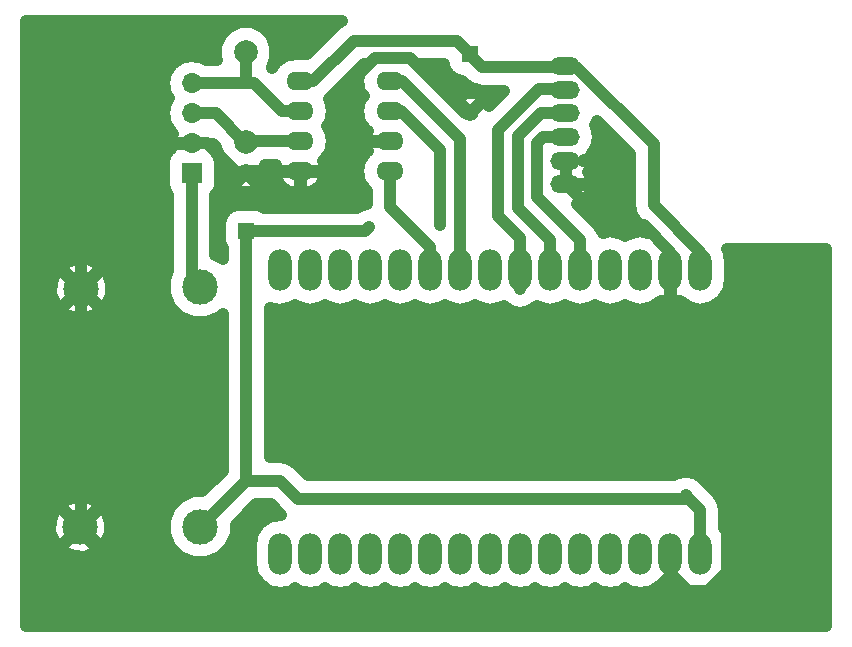
<source format=gbr>
G04 #@! TF.FileFunction,Copper,L2,Bot,Signal*
%FSLAX46Y46*%
G04 Gerber Fmt 4.6, Leading zero omitted, Abs format (unit mm)*
G04 Created by KiCad (PCBNEW 4.0.6) date Thursday, 31 December 2020 'PMt' 14:58:43*
%MOMM*%
%LPD*%
G01*
G04 APERTURE LIST*
%ADD10C,0.100000*%
%ADD11R,1.400000X1.400000*%
%ADD12C,1.400000*%
%ADD13O,2.300000X1.600000*%
%ADD14C,1.998980*%
%ADD15O,2.000000X3.500000*%
%ADD16R,1.700000X1.700000*%
%ADD17O,1.700000X1.700000*%
%ADD18O,2.500000X1.500000*%
%ADD19C,3.000000*%
%ADD20C,0.600000*%
%ADD21C,1.000000*%
G04 APERTURE END LIST*
D10*
D11*
X40725000Y51075000D03*
D12*
X40725000Y46075000D03*
D11*
X21775000Y36100000D03*
D12*
X21775000Y41100000D03*
D13*
X33950000Y41175000D03*
X33950000Y43715000D03*
X33950000Y46255000D03*
X33950000Y48795000D03*
X26330000Y48795000D03*
X26330000Y46255000D03*
X26330000Y43715000D03*
X26330000Y41175000D03*
D14*
X21725000Y51275000D03*
X21725000Y43655000D03*
D15*
X24646100Y32771400D03*
X24646100Y8771400D03*
X27186100Y32771400D03*
X27186100Y8771400D03*
X29726100Y32771400D03*
X29726100Y8771400D03*
X32266100Y32771400D03*
X32266100Y8771400D03*
X34806100Y32771400D03*
X34806100Y8771400D03*
X37346100Y32771400D03*
X37346100Y8771400D03*
X39886100Y32771400D03*
X39886100Y8771400D03*
X42426100Y32771400D03*
X42426100Y8771400D03*
X44966100Y32771400D03*
X44966100Y8771400D03*
X47506100Y32771400D03*
X47506100Y8771400D03*
X50046100Y32771400D03*
X50046100Y8771400D03*
X52586100Y32771400D03*
X52586100Y8771400D03*
X55126100Y32771400D03*
X55126100Y8771400D03*
X57666100Y32771400D03*
X57666100Y8771400D03*
X60206100Y32771400D03*
X60206100Y8771400D03*
D16*
X17150000Y41000000D03*
D17*
X17150000Y43540000D03*
X17150000Y46080000D03*
X17150000Y48620000D03*
D18*
X48775000Y50075000D03*
X48775000Y48075000D03*
X48775000Y46075000D03*
X48775000Y44075000D03*
X48775000Y42075000D03*
X48775000Y40075000D03*
D19*
X17855000Y11065000D03*
X17855000Y31385000D03*
X7695000Y11065000D03*
X7775000Y31225000D03*
D20*
X32125000Y36425000D03*
X38200000Y36650000D03*
D21*
X48600000Y50000000D02*
X41725000Y50000000D01*
X49700000Y50000000D02*
X48600000Y50000000D01*
X56250000Y43450000D02*
X49700000Y50000000D01*
X56250000Y38275000D02*
X56250000Y43450000D01*
X60206100Y34318900D02*
X56250000Y38275000D01*
X41725000Y50000000D02*
X40725000Y51000000D01*
X40725000Y51000000D02*
X40725000Y51075000D01*
X60206100Y32771400D02*
X60206100Y34318900D01*
X26330000Y48795000D02*
X27445000Y48795000D01*
X27445000Y48795000D02*
X30875000Y52225000D01*
X30875000Y52225000D02*
X39575000Y52225000D01*
X39575000Y52225000D02*
X40725000Y51075000D01*
X7695000Y11065000D02*
X7695000Y10705000D01*
X7695000Y10705000D02*
X13150000Y5250000D01*
X55975000Y5250000D02*
X23300000Y5250000D01*
X57666100Y6941100D02*
X55975000Y5250000D01*
X57666100Y8771400D02*
X57666100Y6941100D01*
X13150000Y5250000D02*
X23300000Y5250000D01*
X7775000Y31225000D02*
X7775000Y11145000D01*
X7775000Y11145000D02*
X7695000Y11065000D01*
X17150000Y43540000D02*
X14765000Y43540000D01*
X7775000Y36550000D02*
X7775000Y31225000D01*
X14765000Y43540000D02*
X7775000Y36550000D01*
X21775000Y41100000D02*
X20900000Y41100000D01*
X18460000Y43540000D02*
X17150000Y43540000D01*
X20900000Y41100000D02*
X18460000Y43540000D01*
X48825000Y40100000D02*
X48825000Y41950000D01*
X55425000Y36600000D02*
X52325000Y36600000D01*
X52325000Y36600000D02*
X48825000Y40100000D01*
X57666100Y34358900D02*
X55425000Y36600000D01*
X48775000Y42000000D02*
X48775000Y42125000D01*
X48825000Y41950000D02*
X48775000Y42000000D01*
X57666100Y32771400D02*
X57666100Y34358900D01*
X26330000Y41175000D02*
X21850000Y41175000D01*
X21850000Y41175000D02*
X21775000Y41100000D01*
X31887500Y44087500D02*
X31237500Y44087500D01*
X28325000Y41175000D02*
X26330000Y41175000D01*
X31237500Y44087500D02*
X28325000Y41175000D01*
X40725000Y46075000D02*
X40275000Y46075000D01*
X40275000Y46075000D02*
X35625000Y50725000D01*
X35625000Y50725000D02*
X32625000Y50725000D01*
X32625000Y50725000D02*
X31100000Y49200000D01*
X31100000Y49200000D02*
X31100000Y44875000D01*
X31100000Y44875000D02*
X31887500Y44087500D01*
X31887500Y44087500D02*
X32260000Y43715000D01*
X32260000Y43715000D02*
X33950000Y43715000D01*
X57666100Y8771400D02*
X57666100Y7183900D01*
X57666100Y7183900D02*
X59175000Y5675000D01*
X57666100Y28883900D02*
X57666100Y32771400D01*
X62475000Y24075000D02*
X57666100Y28883900D01*
X62475000Y7275000D02*
X62475000Y24075000D01*
X60875000Y5675000D02*
X62475000Y7275000D01*
X59175000Y5675000D02*
X60875000Y5675000D01*
X57666100Y32771400D02*
X57666100Y31308900D01*
X17265000Y43655000D02*
X17150000Y43540000D01*
X21775000Y14985000D02*
X24645000Y14985000D01*
X26937500Y13462500D02*
X26167500Y13462500D01*
X26937500Y13462500D02*
X59237500Y13462500D01*
X24645000Y14985000D02*
X26167500Y13462500D01*
X21775000Y36100000D02*
X21775000Y14985000D01*
X21775000Y14985000D02*
X17855000Y11065000D01*
X21775000Y36100000D02*
X31800000Y36100000D01*
X31800000Y36100000D02*
X32125000Y36425000D01*
X33950000Y46255000D02*
X34895000Y46255000D01*
X34895000Y46255000D02*
X38200000Y42950000D01*
X38200000Y42950000D02*
X38200000Y36650000D01*
X60206100Y12493900D02*
X60206100Y8771400D01*
X59237500Y13462500D02*
X60206100Y12493900D01*
X58950000Y13750000D02*
X59237500Y13462500D01*
X37346100Y32771400D02*
X37346100Y34728900D01*
X33950000Y38125000D02*
X33950000Y41175000D01*
X37346100Y34728900D02*
X33950000Y38125000D01*
X37346100Y34378900D02*
X37346100Y32771400D01*
X39886100Y32771400D02*
X39886100Y43888900D01*
X39886100Y43888900D02*
X34980000Y48795000D01*
X34980000Y48795000D02*
X33950000Y48795000D01*
X39886100Y33963900D02*
X39886100Y32771400D01*
X44966100Y32771400D02*
X44966100Y35483900D01*
X46525000Y48100000D02*
X48750000Y48100000D01*
X43075000Y44650000D02*
X46525000Y48100000D01*
X43075000Y37375000D02*
X43075000Y44650000D01*
X44966100Y35483900D02*
X43075000Y37375000D01*
X48750000Y48100000D02*
X48775000Y48075000D01*
X44966100Y32771400D02*
X44966100Y31183900D01*
X47506100Y32771400D02*
X47506100Y35343900D01*
X46750000Y46075000D02*
X48775000Y46075000D01*
X44800000Y44125000D02*
X46750000Y46075000D01*
X44800000Y38050000D02*
X44800000Y44125000D01*
X47506100Y35343900D02*
X44800000Y38050000D01*
X50046100Y32771400D02*
X50046100Y35328900D01*
X46875000Y44075000D02*
X48775000Y44075000D01*
X46375000Y43575000D02*
X46875000Y44075000D01*
X46375000Y39000000D02*
X46375000Y43575000D01*
X50046100Y35328900D02*
X46375000Y39000000D01*
X21775000Y48620000D02*
X21775000Y51225000D01*
X21775000Y51225000D02*
X21725000Y51275000D01*
X26330000Y46255000D02*
X24795000Y46255000D01*
X22430000Y48620000D02*
X21775000Y48620000D01*
X21775000Y48620000D02*
X17150000Y48620000D01*
X24795000Y46255000D02*
X22430000Y48620000D01*
X21775000Y51225000D02*
X21725000Y51275000D01*
X21725000Y43655000D02*
X21595000Y43655000D01*
X21595000Y43655000D02*
X19170000Y46080000D01*
X19170000Y46080000D02*
X17150000Y46080000D01*
X17325000Y46255000D02*
X17150000Y46080000D01*
X26330000Y43715000D02*
X21785000Y43715000D01*
X21785000Y43715000D02*
X21725000Y43655000D01*
X17150000Y41000000D02*
X17150000Y32090000D01*
X17150000Y32090000D02*
X17855000Y31385000D01*
X17250000Y41100000D02*
X17150000Y41000000D01*
X17325000Y41175000D02*
X17150000Y41000000D01*
G36*
X29460786Y53639214D02*
X29460784Y53639211D01*
X26885936Y51064364D01*
X26731917Y51095000D01*
X25928083Y51095000D01*
X25047911Y50919923D01*
X24301737Y50421346D01*
X23963416Y49915012D01*
X23895071Y49983357D01*
X24224055Y50775639D01*
X24224923Y51769998D01*
X23845200Y52688998D01*
X23142696Y53392729D01*
X22224361Y53774055D01*
X21230002Y53774923D01*
X20311002Y53395200D01*
X19607271Y52692696D01*
X19225945Y51774361D01*
X19225077Y50780002D01*
X19291188Y50620000D01*
X18351440Y50620000D01*
X18095345Y50791117D01*
X17196039Y50970000D01*
X17103961Y50970000D01*
X16204655Y50791117D01*
X15442260Y50281701D01*
X14932844Y49519306D01*
X14753961Y48620000D01*
X14932844Y47720694D01*
X15180534Y47350000D01*
X14932844Y46979306D01*
X14753961Y46080000D01*
X14932844Y45180694D01*
X15442260Y44418299D01*
X15521219Y44365540D01*
X15332317Y43924967D01*
X15323362Y43879934D01*
X15544779Y43590000D01*
X17100000Y43590000D01*
X17100000Y43610000D01*
X17200000Y43610000D01*
X17200000Y43590000D01*
X17220000Y43590000D01*
X17220000Y43490000D01*
X17200000Y43490000D01*
X17200000Y43470000D01*
X17100000Y43470000D01*
X17100000Y43490000D01*
X15544779Y43490000D01*
X15323362Y43200066D01*
X15332317Y43155033D01*
X15381124Y43041202D01*
X15233604Y42946276D01*
X14891108Y42445017D01*
X14770614Y41850000D01*
X14770614Y40150000D01*
X14875207Y39594133D01*
X15150000Y39167093D01*
X15150000Y32693536D01*
X14855522Y31984355D01*
X14854481Y30790881D01*
X15310241Y29687857D01*
X16153418Y28843207D01*
X17255645Y28385522D01*
X18449119Y28384481D01*
X19552143Y28840241D01*
X19775000Y29062709D01*
X19775000Y15813427D01*
X18026424Y14064851D01*
X17260881Y14065519D01*
X16157857Y13609759D01*
X15313207Y12766582D01*
X14855522Y11664355D01*
X14854481Y10470881D01*
X15310241Y9367857D01*
X16153418Y8523207D01*
X17255645Y8065522D01*
X18449119Y8064481D01*
X19552143Y8520241D01*
X20396793Y9363418D01*
X20854478Y10465645D01*
X20855151Y11236723D01*
X22603427Y12985000D01*
X23816572Y12985000D01*
X24733983Y12067590D01*
X24646100Y12085071D01*
X23689391Y11894770D01*
X22878333Y11352838D01*
X22336401Y10541780D01*
X22146100Y9585071D01*
X22146100Y7957729D01*
X22336401Y7001020D01*
X22878333Y6189962D01*
X23689391Y5648030D01*
X24646100Y5457729D01*
X25602809Y5648030D01*
X25916100Y5857364D01*
X26229391Y5648030D01*
X27186100Y5457729D01*
X28142809Y5648030D01*
X28456100Y5857364D01*
X28769391Y5648030D01*
X29726100Y5457729D01*
X30682809Y5648030D01*
X30996100Y5857364D01*
X31309391Y5648030D01*
X32266100Y5457729D01*
X33222809Y5648030D01*
X33536100Y5857364D01*
X33849391Y5648030D01*
X34806100Y5457729D01*
X35762809Y5648030D01*
X36076100Y5857364D01*
X36389391Y5648030D01*
X37346100Y5457729D01*
X38302809Y5648030D01*
X38616100Y5857364D01*
X38929391Y5648030D01*
X39886100Y5457729D01*
X40842809Y5648030D01*
X41156100Y5857364D01*
X41469391Y5648030D01*
X42426100Y5457729D01*
X43382809Y5648030D01*
X43696100Y5857364D01*
X44009391Y5648030D01*
X44966100Y5457729D01*
X45922809Y5648030D01*
X46236100Y5857364D01*
X46549391Y5648030D01*
X47506100Y5457729D01*
X48462809Y5648030D01*
X48776100Y5857364D01*
X49089391Y5648030D01*
X50046100Y5457729D01*
X51002809Y5648030D01*
X51316100Y5857364D01*
X51629391Y5648030D01*
X52586100Y5457729D01*
X53542809Y5648030D01*
X53856100Y5857364D01*
X54169391Y5648030D01*
X55126100Y5457729D01*
X56082809Y5648030D01*
X56885250Y6184205D01*
X56943865Y6147116D01*
X57302693Y6046559D01*
X57616100Y6266112D01*
X57616100Y7907456D01*
X57626100Y7957729D01*
X57626100Y8841400D01*
X57706100Y8841400D01*
X57706100Y7957729D01*
X57716100Y7907456D01*
X57716100Y6266112D01*
X58029507Y6046559D01*
X58388335Y6147116D01*
X58446950Y6184205D01*
X59249391Y5648030D01*
X60206100Y5457729D01*
X61162809Y5648030D01*
X61973867Y6189962D01*
X62515799Y7001020D01*
X62706100Y7957729D01*
X62706100Y9585071D01*
X62515799Y10541780D01*
X62206100Y11005277D01*
X62206100Y12493900D01*
X62053859Y13259267D01*
X61620314Y13908114D01*
X61620311Y13908116D01*
X60651714Y14876714D01*
X60651711Y14876716D01*
X60364214Y15164214D01*
X59715367Y15597759D01*
X58950000Y15750001D01*
X58184633Y15597759D01*
X57982203Y15462500D01*
X26995927Y15462500D01*
X26059214Y16399214D01*
X25410367Y16832759D01*
X24645000Y16985001D01*
X24644995Y16985000D01*
X23775000Y16985000D01*
X23775000Y29631001D01*
X24646100Y29457729D01*
X25602809Y29648030D01*
X25916100Y29857364D01*
X26229391Y29648030D01*
X27186100Y29457729D01*
X28142809Y29648030D01*
X28456100Y29857364D01*
X28769391Y29648030D01*
X29726100Y29457729D01*
X30682809Y29648030D01*
X30996100Y29857364D01*
X31309391Y29648030D01*
X32266100Y29457729D01*
X33222809Y29648030D01*
X33536100Y29857364D01*
X33849391Y29648030D01*
X34806100Y29457729D01*
X35762809Y29648030D01*
X36076100Y29857364D01*
X36389391Y29648030D01*
X37346100Y29457729D01*
X38302809Y29648030D01*
X38616100Y29857364D01*
X38929391Y29648030D01*
X39886100Y29457729D01*
X40842809Y29648030D01*
X41156100Y29857364D01*
X41469391Y29648030D01*
X42426100Y29457729D01*
X43382809Y29648030D01*
X43558383Y29765345D01*
X44200733Y29336141D01*
X44966100Y29183900D01*
X45731467Y29336141D01*
X46373817Y29765345D01*
X46549391Y29648030D01*
X47506100Y29457729D01*
X48462809Y29648030D01*
X48776100Y29857364D01*
X49089391Y29648030D01*
X50046100Y29457729D01*
X51002809Y29648030D01*
X51316100Y29857364D01*
X51629391Y29648030D01*
X52586100Y29457729D01*
X53542809Y29648030D01*
X53856100Y29857364D01*
X54169391Y29648030D01*
X55126100Y29457729D01*
X56082809Y29648030D01*
X56885250Y30184205D01*
X56943865Y30147116D01*
X57302693Y30046559D01*
X57616100Y30266112D01*
X57616100Y31907456D01*
X57626100Y31957729D01*
X57626100Y32841400D01*
X57706100Y32841400D01*
X57706100Y31957729D01*
X57716100Y31907456D01*
X57716100Y30266112D01*
X58029507Y30046559D01*
X58388335Y30147116D01*
X58446950Y30184205D01*
X59249391Y29648030D01*
X60206100Y29457729D01*
X61162809Y29648030D01*
X61973867Y30189962D01*
X62515799Y31001020D01*
X62706100Y31957729D01*
X62706100Y33585071D01*
X62515799Y34541780D01*
X62493602Y34575000D01*
X70850000Y34575000D01*
X70850000Y2700000D01*
X3125000Y2700000D01*
X3125000Y9400051D01*
X6100762Y9400051D01*
X6232692Y8967240D01*
X7146782Y8567322D01*
X8144332Y8547652D01*
X9073476Y8911226D01*
X9157308Y8967240D01*
X9289238Y9400051D01*
X7695000Y10994289D01*
X6100762Y9400051D01*
X3125000Y9400051D01*
X3125000Y10615668D01*
X5177652Y10615668D01*
X5541226Y9686524D01*
X5597240Y9602692D01*
X6030051Y9470762D01*
X7624289Y11065000D01*
X7765711Y11065000D01*
X9359949Y9470762D01*
X9792760Y9602692D01*
X10192678Y10516782D01*
X10212348Y11514332D01*
X9848774Y12443476D01*
X9792760Y12527308D01*
X9359949Y12659238D01*
X7765711Y11065000D01*
X7624289Y11065000D01*
X6030051Y12659238D01*
X5597240Y12527308D01*
X5197322Y11613218D01*
X5177652Y10615668D01*
X3125000Y10615668D01*
X3125000Y12729949D01*
X6100762Y12729949D01*
X7695000Y11135711D01*
X9289238Y12729949D01*
X9157308Y13162760D01*
X8243218Y13562678D01*
X7245668Y13582348D01*
X6316524Y13218774D01*
X6232692Y13162760D01*
X6100762Y12729949D01*
X3125000Y12729949D01*
X3125000Y29560051D01*
X6180762Y29560051D01*
X6312692Y29127240D01*
X7226782Y28727322D01*
X8224332Y28707652D01*
X9153476Y29071226D01*
X9237308Y29127240D01*
X9369238Y29560051D01*
X7775000Y31154289D01*
X6180762Y29560051D01*
X3125000Y29560051D01*
X3125000Y30775668D01*
X5257652Y30775668D01*
X5621226Y29846524D01*
X5677240Y29762692D01*
X6110051Y29630762D01*
X7704289Y31225000D01*
X7845711Y31225000D01*
X9439949Y29630762D01*
X9872760Y29762692D01*
X10272678Y30676782D01*
X10292348Y31674332D01*
X9928774Y32603476D01*
X9872760Y32687308D01*
X9439949Y32819238D01*
X7845711Y31225000D01*
X7704289Y31225000D01*
X6110051Y32819238D01*
X5677240Y32687308D01*
X5277322Y31773218D01*
X5257652Y30775668D01*
X3125000Y30775668D01*
X3125000Y32889949D01*
X6180762Y32889949D01*
X7775000Y31295711D01*
X9369238Y32889949D01*
X9237308Y33322760D01*
X8323218Y33722678D01*
X7325668Y33742348D01*
X6396524Y33378774D01*
X6312692Y33322760D01*
X6180762Y32889949D01*
X3125000Y32889949D01*
X3125000Y53900000D01*
X29851080Y53900000D01*
X29460786Y53639214D01*
X29460786Y53639214D01*
G37*
X29460786Y53639214D02*
X29460784Y53639211D01*
X26885936Y51064364D01*
X26731917Y51095000D01*
X25928083Y51095000D01*
X25047911Y50919923D01*
X24301737Y50421346D01*
X23963416Y49915012D01*
X23895071Y49983357D01*
X24224055Y50775639D01*
X24224923Y51769998D01*
X23845200Y52688998D01*
X23142696Y53392729D01*
X22224361Y53774055D01*
X21230002Y53774923D01*
X20311002Y53395200D01*
X19607271Y52692696D01*
X19225945Y51774361D01*
X19225077Y50780002D01*
X19291188Y50620000D01*
X18351440Y50620000D01*
X18095345Y50791117D01*
X17196039Y50970000D01*
X17103961Y50970000D01*
X16204655Y50791117D01*
X15442260Y50281701D01*
X14932844Y49519306D01*
X14753961Y48620000D01*
X14932844Y47720694D01*
X15180534Y47350000D01*
X14932844Y46979306D01*
X14753961Y46080000D01*
X14932844Y45180694D01*
X15442260Y44418299D01*
X15521219Y44365540D01*
X15332317Y43924967D01*
X15323362Y43879934D01*
X15544779Y43590000D01*
X17100000Y43590000D01*
X17100000Y43610000D01*
X17200000Y43610000D01*
X17200000Y43590000D01*
X17220000Y43590000D01*
X17220000Y43490000D01*
X17200000Y43490000D01*
X17200000Y43470000D01*
X17100000Y43470000D01*
X17100000Y43490000D01*
X15544779Y43490000D01*
X15323362Y43200066D01*
X15332317Y43155033D01*
X15381124Y43041202D01*
X15233604Y42946276D01*
X14891108Y42445017D01*
X14770614Y41850000D01*
X14770614Y40150000D01*
X14875207Y39594133D01*
X15150000Y39167093D01*
X15150000Y32693536D01*
X14855522Y31984355D01*
X14854481Y30790881D01*
X15310241Y29687857D01*
X16153418Y28843207D01*
X17255645Y28385522D01*
X18449119Y28384481D01*
X19552143Y28840241D01*
X19775000Y29062709D01*
X19775000Y15813427D01*
X18026424Y14064851D01*
X17260881Y14065519D01*
X16157857Y13609759D01*
X15313207Y12766582D01*
X14855522Y11664355D01*
X14854481Y10470881D01*
X15310241Y9367857D01*
X16153418Y8523207D01*
X17255645Y8065522D01*
X18449119Y8064481D01*
X19552143Y8520241D01*
X20396793Y9363418D01*
X20854478Y10465645D01*
X20855151Y11236723D01*
X22603427Y12985000D01*
X23816572Y12985000D01*
X24733983Y12067590D01*
X24646100Y12085071D01*
X23689391Y11894770D01*
X22878333Y11352838D01*
X22336401Y10541780D01*
X22146100Y9585071D01*
X22146100Y7957729D01*
X22336401Y7001020D01*
X22878333Y6189962D01*
X23689391Y5648030D01*
X24646100Y5457729D01*
X25602809Y5648030D01*
X25916100Y5857364D01*
X26229391Y5648030D01*
X27186100Y5457729D01*
X28142809Y5648030D01*
X28456100Y5857364D01*
X28769391Y5648030D01*
X29726100Y5457729D01*
X30682809Y5648030D01*
X30996100Y5857364D01*
X31309391Y5648030D01*
X32266100Y5457729D01*
X33222809Y5648030D01*
X33536100Y5857364D01*
X33849391Y5648030D01*
X34806100Y5457729D01*
X35762809Y5648030D01*
X36076100Y5857364D01*
X36389391Y5648030D01*
X37346100Y5457729D01*
X38302809Y5648030D01*
X38616100Y5857364D01*
X38929391Y5648030D01*
X39886100Y5457729D01*
X40842809Y5648030D01*
X41156100Y5857364D01*
X41469391Y5648030D01*
X42426100Y5457729D01*
X43382809Y5648030D01*
X43696100Y5857364D01*
X44009391Y5648030D01*
X44966100Y5457729D01*
X45922809Y5648030D01*
X46236100Y5857364D01*
X46549391Y5648030D01*
X47506100Y5457729D01*
X48462809Y5648030D01*
X48776100Y5857364D01*
X49089391Y5648030D01*
X50046100Y5457729D01*
X51002809Y5648030D01*
X51316100Y5857364D01*
X51629391Y5648030D01*
X52586100Y5457729D01*
X53542809Y5648030D01*
X53856100Y5857364D01*
X54169391Y5648030D01*
X55126100Y5457729D01*
X56082809Y5648030D01*
X56885250Y6184205D01*
X56943865Y6147116D01*
X57302693Y6046559D01*
X57616100Y6266112D01*
X57616100Y7907456D01*
X57626100Y7957729D01*
X57626100Y8841400D01*
X57706100Y8841400D01*
X57706100Y7957729D01*
X57716100Y7907456D01*
X57716100Y6266112D01*
X58029507Y6046559D01*
X58388335Y6147116D01*
X58446950Y6184205D01*
X59249391Y5648030D01*
X60206100Y5457729D01*
X61162809Y5648030D01*
X61973867Y6189962D01*
X62515799Y7001020D01*
X62706100Y7957729D01*
X62706100Y9585071D01*
X62515799Y10541780D01*
X62206100Y11005277D01*
X62206100Y12493900D01*
X62053859Y13259267D01*
X61620314Y13908114D01*
X61620311Y13908116D01*
X60651714Y14876714D01*
X60651711Y14876716D01*
X60364214Y15164214D01*
X59715367Y15597759D01*
X58950000Y15750001D01*
X58184633Y15597759D01*
X57982203Y15462500D01*
X26995927Y15462500D01*
X26059214Y16399214D01*
X25410367Y16832759D01*
X24645000Y16985001D01*
X24644995Y16985000D01*
X23775000Y16985000D01*
X23775000Y29631001D01*
X24646100Y29457729D01*
X25602809Y29648030D01*
X25916100Y29857364D01*
X26229391Y29648030D01*
X27186100Y29457729D01*
X28142809Y29648030D01*
X28456100Y29857364D01*
X28769391Y29648030D01*
X29726100Y29457729D01*
X30682809Y29648030D01*
X30996100Y29857364D01*
X31309391Y29648030D01*
X32266100Y29457729D01*
X33222809Y29648030D01*
X33536100Y29857364D01*
X33849391Y29648030D01*
X34806100Y29457729D01*
X35762809Y29648030D01*
X36076100Y29857364D01*
X36389391Y29648030D01*
X37346100Y29457729D01*
X38302809Y29648030D01*
X38616100Y29857364D01*
X38929391Y29648030D01*
X39886100Y29457729D01*
X40842809Y29648030D01*
X41156100Y29857364D01*
X41469391Y29648030D01*
X42426100Y29457729D01*
X43382809Y29648030D01*
X43558383Y29765345D01*
X44200733Y29336141D01*
X44966100Y29183900D01*
X45731467Y29336141D01*
X46373817Y29765345D01*
X46549391Y29648030D01*
X47506100Y29457729D01*
X48462809Y29648030D01*
X48776100Y29857364D01*
X49089391Y29648030D01*
X50046100Y29457729D01*
X51002809Y29648030D01*
X51316100Y29857364D01*
X51629391Y29648030D01*
X52586100Y29457729D01*
X53542809Y29648030D01*
X53856100Y29857364D01*
X54169391Y29648030D01*
X55126100Y29457729D01*
X56082809Y29648030D01*
X56885250Y30184205D01*
X56943865Y30147116D01*
X57302693Y30046559D01*
X57616100Y30266112D01*
X57616100Y31907456D01*
X57626100Y31957729D01*
X57626100Y32841400D01*
X57706100Y32841400D01*
X57706100Y31957729D01*
X57716100Y31907456D01*
X57716100Y30266112D01*
X58029507Y30046559D01*
X58388335Y30147116D01*
X58446950Y30184205D01*
X59249391Y29648030D01*
X60206100Y29457729D01*
X61162809Y29648030D01*
X61973867Y30189962D01*
X62515799Y31001020D01*
X62706100Y31957729D01*
X62706100Y33585071D01*
X62515799Y34541780D01*
X62493602Y34575000D01*
X70850000Y34575000D01*
X70850000Y2700000D01*
X3125000Y2700000D01*
X3125000Y9400051D01*
X6100762Y9400051D01*
X6232692Y8967240D01*
X7146782Y8567322D01*
X8144332Y8547652D01*
X9073476Y8911226D01*
X9157308Y8967240D01*
X9289238Y9400051D01*
X7695000Y10994289D01*
X6100762Y9400051D01*
X3125000Y9400051D01*
X3125000Y10615668D01*
X5177652Y10615668D01*
X5541226Y9686524D01*
X5597240Y9602692D01*
X6030051Y9470762D01*
X7624289Y11065000D01*
X7765711Y11065000D01*
X9359949Y9470762D01*
X9792760Y9602692D01*
X10192678Y10516782D01*
X10212348Y11514332D01*
X9848774Y12443476D01*
X9792760Y12527308D01*
X9359949Y12659238D01*
X7765711Y11065000D01*
X7624289Y11065000D01*
X6030051Y12659238D01*
X5597240Y12527308D01*
X5197322Y11613218D01*
X5177652Y10615668D01*
X3125000Y10615668D01*
X3125000Y12729949D01*
X6100762Y12729949D01*
X7695000Y11135711D01*
X9289238Y12729949D01*
X9157308Y13162760D01*
X8243218Y13562678D01*
X7245668Y13582348D01*
X6316524Y13218774D01*
X6232692Y13162760D01*
X6100762Y12729949D01*
X3125000Y12729949D01*
X3125000Y29560051D01*
X6180762Y29560051D01*
X6312692Y29127240D01*
X7226782Y28727322D01*
X8224332Y28707652D01*
X9153476Y29071226D01*
X9237308Y29127240D01*
X9369238Y29560051D01*
X7775000Y31154289D01*
X6180762Y29560051D01*
X3125000Y29560051D01*
X3125000Y30775668D01*
X5257652Y30775668D01*
X5621226Y29846524D01*
X5677240Y29762692D01*
X6110051Y29630762D01*
X7704289Y31225000D01*
X7845711Y31225000D01*
X9439949Y29630762D01*
X9872760Y29762692D01*
X10272678Y30676782D01*
X10292348Y31674332D01*
X9928774Y32603476D01*
X9872760Y32687308D01*
X9439949Y32819238D01*
X7845711Y31225000D01*
X7704289Y31225000D01*
X6110051Y32819238D01*
X5677240Y32687308D01*
X5277322Y31773218D01*
X5257652Y30775668D01*
X3125000Y30775668D01*
X3125000Y32889949D01*
X6180762Y32889949D01*
X7775000Y31295711D01*
X9369238Y32889949D01*
X9237308Y33322760D01*
X8323218Y33722678D01*
X7325668Y33742348D01*
X6396524Y33378774D01*
X6312692Y33322760D01*
X6180762Y32889949D01*
X3125000Y32889949D01*
X3125000Y53900000D01*
X29851080Y53900000D01*
X29460786Y53639214D01*
G36*
X31423160Y49675172D02*
X31248083Y48795000D01*
X31423160Y47914828D01*
X31683634Y47525000D01*
X31423160Y47135172D01*
X31248083Y46255000D01*
X31423160Y45374828D01*
X31921737Y44628654D01*
X32032475Y44554661D01*
X31910491Y44360698D01*
X31822765Y44047110D01*
X32044804Y43765000D01*
X33900000Y43765000D01*
X33900000Y43785000D01*
X34000000Y43785000D01*
X34000000Y43765000D01*
X34020000Y43765000D01*
X34020000Y43665000D01*
X34000000Y43665000D01*
X34000000Y43645000D01*
X33900000Y43645000D01*
X33900000Y43665000D01*
X32044804Y43665000D01*
X31822765Y43382890D01*
X31910491Y43069302D01*
X32032475Y42875339D01*
X31921737Y42801346D01*
X31423160Y42055172D01*
X31248083Y41175000D01*
X31423160Y40294828D01*
X31921737Y39548654D01*
X31950000Y39529769D01*
X31950000Y38390190D01*
X31359633Y38272759D01*
X31101081Y38100000D01*
X23229386Y38100000D01*
X23070017Y38208892D01*
X22475000Y38329386D01*
X21075000Y38329386D01*
X20519133Y38224793D01*
X20008604Y37896276D01*
X19666108Y37395017D01*
X19545614Y36800000D01*
X19545614Y35400000D01*
X19650207Y34844133D01*
X19775000Y34650200D01*
X19775000Y33707993D01*
X19556582Y33926793D01*
X19150000Y34095621D01*
X19150000Y39176082D01*
X19408892Y39554983D01*
X19501446Y40012029D01*
X20757740Y40012029D01*
X20792267Y39662319D01*
X21417251Y39395680D01*
X22096698Y39388510D01*
X22727169Y39641898D01*
X22757733Y39662319D01*
X22792260Y40012029D01*
X21775000Y41029289D01*
X20757740Y40012029D01*
X19501446Y40012029D01*
X19529386Y40150000D01*
X19529386Y41850000D01*
X19424793Y42405867D01*
X19096276Y42916396D01*
X18917685Y43038422D01*
X18967683Y43155033D01*
X18976638Y43200066D01*
X18755223Y43489998D01*
X18931574Y43489998D01*
X19225109Y43196464D01*
X19225077Y43160002D01*
X19604800Y42241002D01*
X20165297Y41679526D01*
X20070680Y41457749D01*
X20063510Y40778302D01*
X20316898Y40147831D01*
X20337319Y40117267D01*
X20687029Y40082740D01*
X21704289Y41100000D01*
X21690147Y41114142D01*
X21731508Y41155503D01*
X21818568Y41155427D01*
X21859853Y41114142D01*
X21845711Y41100000D01*
X22862971Y40082740D01*
X23212681Y40117267D01*
X23479320Y40742251D01*
X23480382Y40842890D01*
X24202765Y40842890D01*
X24290491Y40529302D01*
X24666195Y39931906D01*
X25241914Y39523760D01*
X25930000Y39367000D01*
X26280000Y39367000D01*
X26280000Y41125000D01*
X26380000Y41125000D01*
X26380000Y39367000D01*
X26730000Y39367000D01*
X27418086Y39523760D01*
X27993805Y39931906D01*
X28369509Y40529302D01*
X28457235Y40842890D01*
X28235196Y41125000D01*
X26380000Y41125000D01*
X26280000Y41125000D01*
X24424804Y41125000D01*
X24202765Y40842890D01*
X23480382Y40842890D01*
X23486490Y41421698D01*
X23368611Y41715000D01*
X24260922Y41715000D01*
X24202765Y41507110D01*
X24424804Y41225000D01*
X26280000Y41225000D01*
X26280000Y41245000D01*
X26380000Y41245000D01*
X26380000Y41225000D01*
X28235196Y41225000D01*
X28457235Y41507110D01*
X28369509Y41820698D01*
X28247525Y42014661D01*
X28358263Y42088654D01*
X28856840Y42834828D01*
X29031917Y43715000D01*
X28856840Y44595172D01*
X28596366Y44985000D01*
X28856840Y45374828D01*
X29031917Y46255000D01*
X28856840Y47135172D01*
X28744114Y47303879D01*
X28859214Y47380786D01*
X31703427Y50225000D01*
X31790543Y50225000D01*
X31423160Y49675172D01*
X31423160Y49675172D01*
G37*
X31423160Y49675172D02*
X31248083Y48795000D01*
X31423160Y47914828D01*
X31683634Y47525000D01*
X31423160Y47135172D01*
X31248083Y46255000D01*
X31423160Y45374828D01*
X31921737Y44628654D01*
X32032475Y44554661D01*
X31910491Y44360698D01*
X31822765Y44047110D01*
X32044804Y43765000D01*
X33900000Y43765000D01*
X33900000Y43785000D01*
X34000000Y43785000D01*
X34000000Y43765000D01*
X34020000Y43765000D01*
X34020000Y43665000D01*
X34000000Y43665000D01*
X34000000Y43645000D01*
X33900000Y43645000D01*
X33900000Y43665000D01*
X32044804Y43665000D01*
X31822765Y43382890D01*
X31910491Y43069302D01*
X32032475Y42875339D01*
X31921737Y42801346D01*
X31423160Y42055172D01*
X31248083Y41175000D01*
X31423160Y40294828D01*
X31921737Y39548654D01*
X31950000Y39529769D01*
X31950000Y38390190D01*
X31359633Y38272759D01*
X31101081Y38100000D01*
X23229386Y38100000D01*
X23070017Y38208892D01*
X22475000Y38329386D01*
X21075000Y38329386D01*
X20519133Y38224793D01*
X20008604Y37896276D01*
X19666108Y37395017D01*
X19545614Y36800000D01*
X19545614Y35400000D01*
X19650207Y34844133D01*
X19775000Y34650200D01*
X19775000Y33707993D01*
X19556582Y33926793D01*
X19150000Y34095621D01*
X19150000Y39176082D01*
X19408892Y39554983D01*
X19501446Y40012029D01*
X20757740Y40012029D01*
X20792267Y39662319D01*
X21417251Y39395680D01*
X22096698Y39388510D01*
X22727169Y39641898D01*
X22757733Y39662319D01*
X22792260Y40012029D01*
X21775000Y41029289D01*
X20757740Y40012029D01*
X19501446Y40012029D01*
X19529386Y40150000D01*
X19529386Y41850000D01*
X19424793Y42405867D01*
X19096276Y42916396D01*
X18917685Y43038422D01*
X18967683Y43155033D01*
X18976638Y43200066D01*
X18755223Y43489998D01*
X18931574Y43489998D01*
X19225109Y43196464D01*
X19225077Y43160002D01*
X19604800Y42241002D01*
X20165297Y41679526D01*
X20070680Y41457749D01*
X20063510Y40778302D01*
X20316898Y40147831D01*
X20337319Y40117267D01*
X20687029Y40082740D01*
X21704289Y41100000D01*
X21690147Y41114142D01*
X21731508Y41155503D01*
X21818568Y41155427D01*
X21859853Y41114142D01*
X21845711Y41100000D01*
X22862971Y40082740D01*
X23212681Y40117267D01*
X23479320Y40742251D01*
X23480382Y40842890D01*
X24202765Y40842890D01*
X24290491Y40529302D01*
X24666195Y39931906D01*
X25241914Y39523760D01*
X25930000Y39367000D01*
X26280000Y39367000D01*
X26280000Y41125000D01*
X26380000Y41125000D01*
X26380000Y39367000D01*
X26730000Y39367000D01*
X27418086Y39523760D01*
X27993805Y39931906D01*
X28369509Y40529302D01*
X28457235Y40842890D01*
X28235196Y41125000D01*
X26380000Y41125000D01*
X26280000Y41125000D01*
X24424804Y41125000D01*
X24202765Y40842890D01*
X23480382Y40842890D01*
X23486490Y41421698D01*
X23368611Y41715000D01*
X24260922Y41715000D01*
X24202765Y41507110D01*
X24424804Y41225000D01*
X26280000Y41225000D01*
X26280000Y41245000D01*
X26380000Y41245000D01*
X26380000Y41225000D01*
X28235196Y41225000D01*
X28457235Y41507110D01*
X28369509Y41820698D01*
X28247525Y42014661D01*
X28358263Y42088654D01*
X28856840Y42834828D01*
X29031917Y43715000D01*
X28856840Y44595172D01*
X28596366Y44985000D01*
X28856840Y45374828D01*
X29031917Y46255000D01*
X28856840Y47135172D01*
X28744114Y47303879D01*
X28859214Y47380786D01*
X31703427Y50225000D01*
X31790543Y50225000D01*
X31423160Y49675172D01*
G36*
X54250000Y42621573D02*
X54250000Y38275005D01*
X54249999Y38275000D01*
X54402241Y37509633D01*
X54835786Y36860786D01*
X55732028Y35964545D01*
X55126100Y36085071D01*
X54169391Y35894770D01*
X53856100Y35685436D01*
X53542809Y35894770D01*
X52586100Y36085071D01*
X51921965Y35952967D01*
X51893859Y36094267D01*
X51460314Y36743114D01*
X51460311Y36743116D01*
X49781948Y38421480D01*
X49993951Y38469954D01*
X50553449Y38867261D01*
X50918315Y39448436D01*
X51002832Y39750715D01*
X50780170Y40025000D01*
X48825000Y40025000D01*
X48825000Y40005000D01*
X48725000Y40005000D01*
X48725000Y40025000D01*
X48705000Y40025000D01*
X48705000Y40125000D01*
X48725000Y40125000D01*
X48725000Y40145000D01*
X48825000Y40145000D01*
X48825000Y40125000D01*
X50780170Y40125000D01*
X51002832Y40399285D01*
X50918315Y40701564D01*
X50683869Y41075000D01*
X50918315Y41448436D01*
X51002832Y41750715D01*
X50780170Y42025000D01*
X50232910Y42025000D01*
X50382570Y42125000D01*
X50780170Y42125000D01*
X51002832Y42399285D01*
X50961656Y42546553D01*
X51407605Y43213962D01*
X51578876Y44075000D01*
X51407605Y44936038D01*
X51314753Y45075000D01*
X51407605Y45213962D01*
X51449084Y45422489D01*
X54250000Y42621573D01*
X54250000Y42621573D01*
G37*
X54250000Y42621573D02*
X54250000Y38275005D01*
X54249999Y38275000D01*
X54402241Y37509633D01*
X54835786Y36860786D01*
X55732028Y35964545D01*
X55126100Y36085071D01*
X54169391Y35894770D01*
X53856100Y35685436D01*
X53542809Y35894770D01*
X52586100Y36085071D01*
X51921965Y35952967D01*
X51893859Y36094267D01*
X51460314Y36743114D01*
X51460311Y36743116D01*
X49781948Y38421480D01*
X49993951Y38469954D01*
X50553449Y38867261D01*
X50918315Y39448436D01*
X51002832Y39750715D01*
X50780170Y40025000D01*
X48825000Y40025000D01*
X48825000Y40005000D01*
X48725000Y40005000D01*
X48725000Y40025000D01*
X48705000Y40025000D01*
X48705000Y40125000D01*
X48725000Y40125000D01*
X48725000Y40145000D01*
X48825000Y40145000D01*
X48825000Y40125000D01*
X50780170Y40125000D01*
X51002832Y40399285D01*
X50918315Y40701564D01*
X50683869Y41075000D01*
X50918315Y41448436D01*
X51002832Y41750715D01*
X50780170Y42025000D01*
X50232910Y42025000D01*
X50382570Y42125000D01*
X50780170Y42125000D01*
X51002832Y42399285D01*
X50961656Y42546553D01*
X51407605Y43213962D01*
X51578876Y44075000D01*
X51407605Y44936038D01*
X51314753Y45075000D01*
X51407605Y45213962D01*
X51449084Y45422489D01*
X54250000Y42621573D01*
G36*
X38600207Y49819133D02*
X38928724Y49308604D01*
X39429983Y48966108D01*
X40025000Y48845614D01*
X40050959Y48845614D01*
X40310784Y48585789D01*
X40310786Y48585786D01*
X40959633Y48152241D01*
X41086616Y48126982D01*
X41725000Y47999999D01*
X41725005Y48000000D01*
X43596573Y48000000D01*
X42309426Y46712854D01*
X42183102Y47027169D01*
X42162681Y47057733D01*
X41812971Y47092260D01*
X40795711Y46075000D01*
X40809853Y46060858D01*
X40739142Y45990147D01*
X40725000Y46004289D01*
X40710858Y45990147D01*
X40640147Y46060858D01*
X40654289Y46075000D01*
X39637029Y47092260D01*
X39522477Y47080950D01*
X39440457Y47162971D01*
X39707740Y47162971D01*
X40725000Y46145711D01*
X41742260Y47162971D01*
X41707733Y47512681D01*
X41082749Y47779320D01*
X40403302Y47786490D01*
X39772831Y47533102D01*
X39742267Y47512681D01*
X39707740Y47162971D01*
X39440457Y47162971D01*
X36394214Y50209214D01*
X36370589Y50225000D01*
X38523838Y50225000D01*
X38600207Y49819133D01*
X38600207Y49819133D01*
G37*
X38600207Y49819133D02*
X38928724Y49308604D01*
X39429983Y48966108D01*
X40025000Y48845614D01*
X40050959Y48845614D01*
X40310784Y48585789D01*
X40310786Y48585786D01*
X40959633Y48152241D01*
X41086616Y48126982D01*
X41725000Y47999999D01*
X41725005Y48000000D01*
X43596573Y48000000D01*
X42309426Y46712854D01*
X42183102Y47027169D01*
X42162681Y47057733D01*
X41812971Y47092260D01*
X40795711Y46075000D01*
X40809853Y46060858D01*
X40739142Y45990147D01*
X40725000Y46004289D01*
X40710858Y45990147D01*
X40640147Y46060858D01*
X40654289Y46075000D01*
X39637029Y47092260D01*
X39522477Y47080950D01*
X39440457Y47162971D01*
X39707740Y47162971D01*
X40725000Y46145711D01*
X41742260Y47162971D01*
X41707733Y47512681D01*
X41082749Y47779320D01*
X40403302Y47786490D01*
X39772831Y47533102D01*
X39742267Y47512681D01*
X39707740Y47162971D01*
X39440457Y47162971D01*
X36394214Y50209214D01*
X36370589Y50225000D01*
X38523838Y50225000D01*
X38600207Y49819133D01*
M02*

</source>
